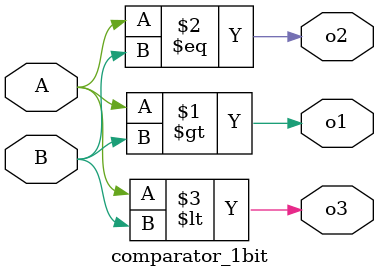
<source format=v>
`timescale 1ns / 1ps


module comparator_1bit(
input A,B, // two 1 bit inputs
output o1,o2,o3 // three 1 bit outputs
    );
    
    assign o1 = (A>B); // High when A is greater than B
    assign o2 = (A==B); // High when A equal to B
    assign o3 = (A<B); // Hign when A is less than B
endmodule

</source>
